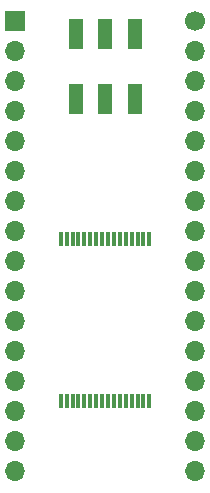
<source format=gts>
G04 #@! TF.GenerationSoftware,KiCad,Pcbnew,8.0.0*
G04 #@! TF.CreationDate,2024-05-09T12:01:00+02:00*
G04 #@! TF.ProjectId,sst39sf040-m27c4001,73737433-3973-4663-9034-302d6d323763,rev?*
G04 #@! TF.SameCoordinates,Original*
G04 #@! TF.FileFunction,Soldermask,Top*
G04 #@! TF.FilePolarity,Negative*
%FSLAX46Y46*%
G04 Gerber Fmt 4.6, Leading zero omitted, Abs format (unit mm)*
G04 Created by KiCad (PCBNEW 8.0.0) date 2024-05-09 12:01:00*
%MOMM*%
%LPD*%
G01*
G04 APERTURE LIST*
%ADD10R,1.200000X2.500000*%
%ADD11R,0.300000X1.300000*%
%ADD12O,1.700000X1.700000*%
%ADD13C,1.700000*%
%ADD14R,1.700000X1.700000*%
G04 APERTURE END LIST*
D10*
X130500000Y-61150000D03*
X133000000Y-61150000D03*
X135500000Y-61150000D03*
X130500000Y-66650000D03*
X133000000Y-66650000D03*
X135500000Y-66650000D03*
D11*
X136750000Y-78550000D03*
X136250000Y-78550000D03*
X135750000Y-78550000D03*
X135250000Y-78550000D03*
X134750000Y-78550000D03*
X134250000Y-78550000D03*
X133750000Y-78550000D03*
X133250000Y-78550000D03*
X132750000Y-78550000D03*
X132250000Y-78550000D03*
X131750000Y-78550000D03*
X131250000Y-78550000D03*
X130750000Y-78550000D03*
X130250000Y-78550000D03*
X129750000Y-78550000D03*
X129250000Y-78550000D03*
X129250000Y-92250000D03*
X129750000Y-92250000D03*
X130250000Y-92250000D03*
X130750000Y-92250000D03*
X131250000Y-92250000D03*
X131750000Y-92250000D03*
X132250000Y-92250000D03*
X132750000Y-92250000D03*
X133250000Y-92250000D03*
X133750000Y-92250000D03*
X134250000Y-92250000D03*
X134750000Y-92250000D03*
X135250000Y-92250000D03*
X135750000Y-92250000D03*
X136250000Y-92250000D03*
X136750000Y-92250000D03*
D12*
X140620000Y-98200000D03*
X140620000Y-95660000D03*
X140620000Y-93120000D03*
X140620000Y-90580000D03*
X140620000Y-88040000D03*
X140620000Y-85500000D03*
X140620000Y-82960000D03*
X140620000Y-80420000D03*
X140620000Y-77880000D03*
X140620000Y-75340000D03*
X140620000Y-72800000D03*
X140620000Y-70260000D03*
X140620000Y-67720000D03*
X140620000Y-65180000D03*
X140620000Y-62640000D03*
D13*
X140620000Y-60100000D03*
D12*
X125380000Y-98200000D03*
X125380000Y-95660000D03*
X125380000Y-93120000D03*
X125380000Y-90580000D03*
X125380000Y-88040000D03*
X125380000Y-85500000D03*
X125380000Y-82960000D03*
X125380000Y-80420000D03*
X125380000Y-77880000D03*
X125380000Y-75340000D03*
X125380000Y-72800000D03*
X125380000Y-70260000D03*
X125380000Y-67720000D03*
X125380000Y-65180000D03*
X125380000Y-62640000D03*
D14*
X125380000Y-60100000D03*
M02*

</source>
